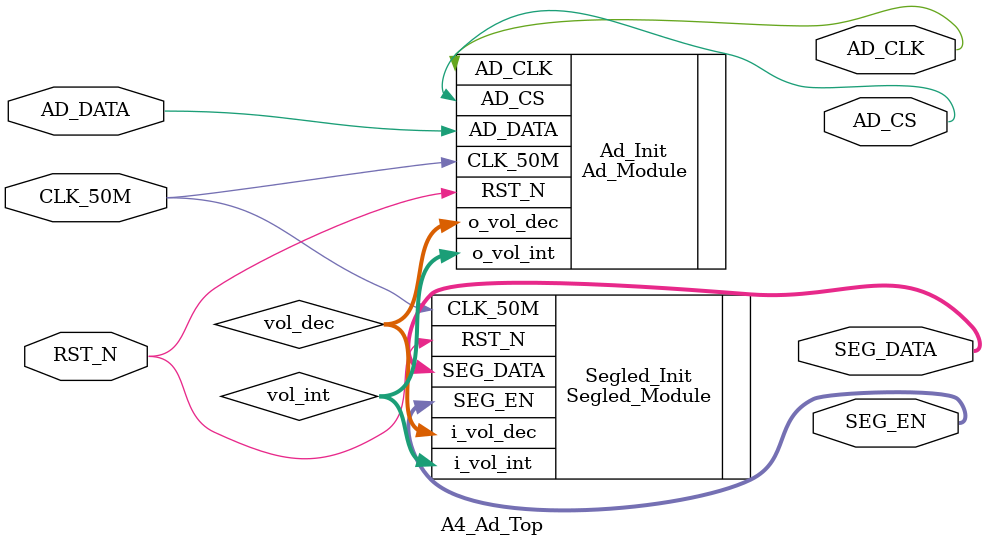
<source format=v>
module A4_Ad_Top
(
	//输入端口
	CLK_50M,RST_N,AD_DATA,
	//输出端口
	AD_CS,AD_CLK,SEG_EN,SEG_DATA		
);

//---------------------------------------------------------------------------
//--	外部端口声明
//---------------------------------------------------------------------------
input					CLK_50M;				//时钟端口,开发板用的50M晶振
input					RST_N;				//复位端口,低电平复位
input					AD_DATA;				//AD数据端口
output				AD_CS;				//AD片选端口
output				AD_CLK;				//AD时钟端口
output	[5:0]		SEG_EN;				//数码管使能端口
output	[7:0]		SEG_DATA;			//数码管数据端口

//---------------------------------------------------------------------------
//--	内部端口声明
//---------------------------------------------------------------------------
wire 		[3:0]		vol_int;				//从A/D转换芯片输出的电压值的整数部分；
wire 		[3:0]		vol_dec;				//从A/D转换芯片输出的电压值的小数部分；

//---------------------------------------------------------------------------
//--	逻辑功能实现	
//---------------------------------------------------------------------------
//例化AD模块
Ad_Module			Ad_Init
(
   .CLK_50M			(CLK_50M			),	//时钟端口
   .RST_N			(RST_N			),	//复位端口
	.AD_CS			(AD_CS			),	//AD片选端口
	.AD_CLK			(AD_CLK			),	//AD时钟，最大不超过1.1MHz
	.AD_DATA			(AD_DATA			),	//AD数据端口
	.o_vol_int		(vol_int			),	//从A/D转换芯片输出的电压值的整数部分；
	.o_vol_dec		(vol_dec			)	//从A/D转换芯片输出的电压值的小数部分；
);	

//例化数码管
Segled_Module		Segled_Init
(
	.CLK_50M			(CLK_50M			),	//复位端口
	.RST_N			(RST_N			),	//时钟端口
	.SEG_EN			(SEG_EN			),	//数码管使能端口
	.SEG_DATA		(SEG_DATA		),	//数码管数据端口
	.i_vol_int		(vol_int			),	//从A/D转换芯片输出的电压值的整数部分；
	.i_vol_dec		(vol_dec			)	//从A/D转换芯片输出的电压值的小数部分；
);


endmodule

</source>
